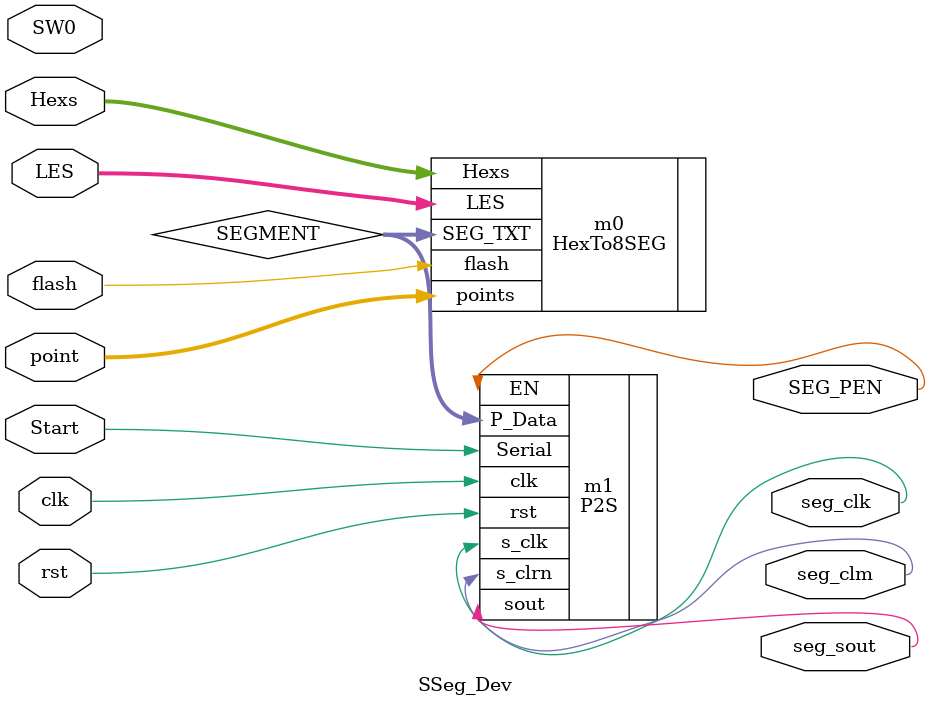
<source format=v>
`timescale 1ns / 1ps
module SSeg_Dev(input wire clk,input wire rst,input wire Start,
input wire SW0,input flash,input wire [31:0]Hexs,input wire [7:0]point,
input wire [7:0]LES,output wire seg_clk,output wire seg_sout,output wire SEG_PEN,
output wire seg_clm
    );
	 wire [63:0]SEGMENT ;
HexTo8SEG m0(.flash(flash),.Hexs({Hexs[31:0]}),.points(point[7:0]),.LES(LES[7:0]),.SEG_TXT(SEGMENT[63:0]));
P2S m1(.clk(clk),.rst(rst),.Serial(Start),.P_Data(SEGMENT[63:0]),
.s_clk(seg_clk),.sout(seg_sout),.EN(SEG_PEN),.s_clrn(seg_clm));
endmodule

</source>
